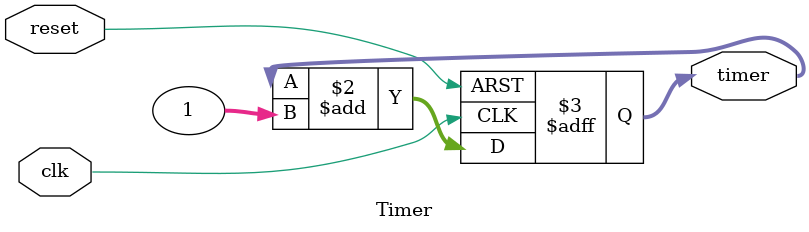
<source format=v>
module Timer(
    input wire clk, // Clock input
    input wire reset, // Reset input
    output reg [31:0] timer // 32-bit timer output
);

// Reset condition
always @ (posedge clk or posedge reset)
begin
    if (reset)
        timer <= 0;
    else
        timer <= timer + 1;
end

endmodule	
</source>
